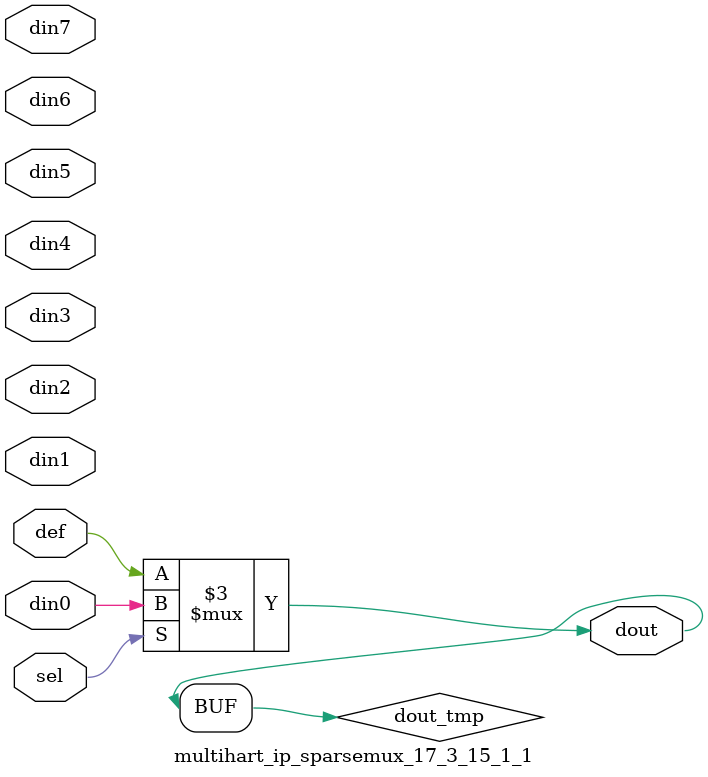
<source format=v>
`timescale 1ns / 1ps

module multihart_ip_sparsemux_17_3_15_1_1 (din0,din1,din2,din3,din4,din5,din6,din7,def,sel,dout);

parameter din0_WIDTH = 1;

parameter din1_WIDTH = 1;

parameter din2_WIDTH = 1;

parameter din3_WIDTH = 1;

parameter din4_WIDTH = 1;

parameter din5_WIDTH = 1;

parameter din6_WIDTH = 1;

parameter din7_WIDTH = 1;

parameter def_WIDTH = 1;
parameter sel_WIDTH = 1;
parameter dout_WIDTH = 1;

parameter [sel_WIDTH-1:0] CASE0 = 1;

parameter [sel_WIDTH-1:0] CASE1 = 1;

parameter [sel_WIDTH-1:0] CASE2 = 1;

parameter [sel_WIDTH-1:0] CASE3 = 1;

parameter [sel_WIDTH-1:0] CASE4 = 1;

parameter [sel_WIDTH-1:0] CASE5 = 1;

parameter [sel_WIDTH-1:0] CASE6 = 1;

parameter [sel_WIDTH-1:0] CASE7 = 1;

parameter ID = 1;
parameter NUM_STAGE = 1;



input [din0_WIDTH-1:0] din0;

input [din1_WIDTH-1:0] din1;

input [din2_WIDTH-1:0] din2;

input [din3_WIDTH-1:0] din3;

input [din4_WIDTH-1:0] din4;

input [din5_WIDTH-1:0] din5;

input [din6_WIDTH-1:0] din6;

input [din7_WIDTH-1:0] din7;

input [def_WIDTH-1:0] def;
input [sel_WIDTH-1:0] sel;

output [dout_WIDTH-1:0] dout;



reg [dout_WIDTH-1:0] dout_tmp;


always @ (*) begin
(* parallel_case *) case (sel)
    
    CASE0 : dout_tmp = din0;
    
    CASE1 : dout_tmp = din1;
    
    CASE2 : dout_tmp = din2;
    
    CASE3 : dout_tmp = din3;
    
    CASE4 : dout_tmp = din4;
    
    CASE5 : dout_tmp = din5;
    
    CASE6 : dout_tmp = din6;
    
    CASE7 : dout_tmp = din7;
    
    default : dout_tmp = def;
endcase
end


assign dout = dout_tmp;



endmodule

</source>
